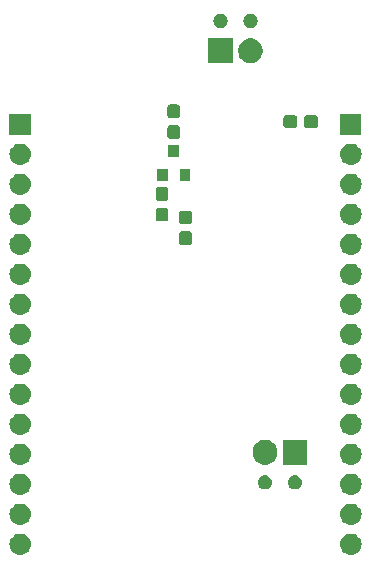
<source format=gbr>
G04 #@! TF.GenerationSoftware,KiCad,Pcbnew,(5.0.1)-3*
G04 #@! TF.CreationDate,2018-11-09T14:35:38+01:00*
G04 #@! TF.ProjectId,power_stalker_esp,706F7765725F7374616C6B65725F6573,rev?*
G04 #@! TF.SameCoordinates,Original*
G04 #@! TF.FileFunction,Soldermask,Top*
G04 #@! TF.FilePolarity,Negative*
%FSLAX46Y46*%
G04 Gerber Fmt 4.6, Leading zero omitted, Abs format (unit mm)*
G04 Created by KiCad (PCBNEW (5.0.1)-3) date 09-Nov-18 14:35:38*
%MOMM*%
%LPD*%
G01*
G04 APERTURE LIST*
%ADD10C,0.100000*%
G04 APERTURE END LIST*
D10*
G36*
X106110442Y-114885518D02*
X106176627Y-114892037D01*
X106289853Y-114926384D01*
X106346467Y-114943557D01*
X106485087Y-115017652D01*
X106502991Y-115027222D01*
X106538729Y-115056552D01*
X106640186Y-115139814D01*
X106723448Y-115241271D01*
X106752778Y-115277009D01*
X106752779Y-115277011D01*
X106836443Y-115433533D01*
X106836443Y-115433534D01*
X106887963Y-115603373D01*
X106905359Y-115780000D01*
X106887963Y-115956627D01*
X106853616Y-116069853D01*
X106836443Y-116126467D01*
X106762348Y-116265087D01*
X106752778Y-116282991D01*
X106723448Y-116318729D01*
X106640186Y-116420186D01*
X106538729Y-116503448D01*
X106502991Y-116532778D01*
X106502989Y-116532779D01*
X106346467Y-116616443D01*
X106289853Y-116633616D01*
X106176627Y-116667963D01*
X106110443Y-116674481D01*
X106044260Y-116681000D01*
X105955740Y-116681000D01*
X105889557Y-116674481D01*
X105823373Y-116667963D01*
X105710147Y-116633616D01*
X105653533Y-116616443D01*
X105497011Y-116532779D01*
X105497009Y-116532778D01*
X105461271Y-116503448D01*
X105359814Y-116420186D01*
X105276552Y-116318729D01*
X105247222Y-116282991D01*
X105237652Y-116265087D01*
X105163557Y-116126467D01*
X105146384Y-116069853D01*
X105112037Y-115956627D01*
X105094641Y-115780000D01*
X105112037Y-115603373D01*
X105163557Y-115433534D01*
X105163557Y-115433533D01*
X105247221Y-115277011D01*
X105247222Y-115277009D01*
X105276552Y-115241271D01*
X105359814Y-115139814D01*
X105461271Y-115056552D01*
X105497009Y-115027222D01*
X105514913Y-115017652D01*
X105653533Y-114943557D01*
X105710147Y-114926384D01*
X105823373Y-114892037D01*
X105889558Y-114885518D01*
X105955740Y-114879000D01*
X106044260Y-114879000D01*
X106110442Y-114885518D01*
X106110442Y-114885518D01*
G37*
G36*
X78110442Y-114885518D02*
X78176627Y-114892037D01*
X78289853Y-114926384D01*
X78346467Y-114943557D01*
X78485087Y-115017652D01*
X78502991Y-115027222D01*
X78538729Y-115056552D01*
X78640186Y-115139814D01*
X78723448Y-115241271D01*
X78752778Y-115277009D01*
X78752779Y-115277011D01*
X78836443Y-115433533D01*
X78836443Y-115433534D01*
X78887963Y-115603373D01*
X78905359Y-115780000D01*
X78887963Y-115956627D01*
X78853616Y-116069853D01*
X78836443Y-116126467D01*
X78762348Y-116265087D01*
X78752778Y-116282991D01*
X78723448Y-116318729D01*
X78640186Y-116420186D01*
X78538729Y-116503448D01*
X78502991Y-116532778D01*
X78502989Y-116532779D01*
X78346467Y-116616443D01*
X78289853Y-116633616D01*
X78176627Y-116667963D01*
X78110443Y-116674481D01*
X78044260Y-116681000D01*
X77955740Y-116681000D01*
X77889557Y-116674481D01*
X77823373Y-116667963D01*
X77710147Y-116633616D01*
X77653533Y-116616443D01*
X77497011Y-116532779D01*
X77497009Y-116532778D01*
X77461271Y-116503448D01*
X77359814Y-116420186D01*
X77276552Y-116318729D01*
X77247222Y-116282991D01*
X77237652Y-116265087D01*
X77163557Y-116126467D01*
X77146384Y-116069853D01*
X77112037Y-115956627D01*
X77094641Y-115780000D01*
X77112037Y-115603373D01*
X77163557Y-115433534D01*
X77163557Y-115433533D01*
X77247221Y-115277011D01*
X77247222Y-115277009D01*
X77276552Y-115241271D01*
X77359814Y-115139814D01*
X77461271Y-115056552D01*
X77497009Y-115027222D01*
X77514913Y-115017652D01*
X77653533Y-114943557D01*
X77710147Y-114926384D01*
X77823373Y-114892037D01*
X77889558Y-114885518D01*
X77955740Y-114879000D01*
X78044260Y-114879000D01*
X78110442Y-114885518D01*
X78110442Y-114885518D01*
G37*
G36*
X106110442Y-112345518D02*
X106176627Y-112352037D01*
X106289853Y-112386384D01*
X106346467Y-112403557D01*
X106485087Y-112477652D01*
X106502991Y-112487222D01*
X106538729Y-112516552D01*
X106640186Y-112599814D01*
X106723448Y-112701271D01*
X106752778Y-112737009D01*
X106752779Y-112737011D01*
X106836443Y-112893533D01*
X106836443Y-112893534D01*
X106887963Y-113063373D01*
X106905359Y-113240000D01*
X106887963Y-113416627D01*
X106853616Y-113529853D01*
X106836443Y-113586467D01*
X106762348Y-113725087D01*
X106752778Y-113742991D01*
X106723448Y-113778729D01*
X106640186Y-113880186D01*
X106538729Y-113963448D01*
X106502991Y-113992778D01*
X106502989Y-113992779D01*
X106346467Y-114076443D01*
X106289853Y-114093616D01*
X106176627Y-114127963D01*
X106110443Y-114134481D01*
X106044260Y-114141000D01*
X105955740Y-114141000D01*
X105889557Y-114134481D01*
X105823373Y-114127963D01*
X105710147Y-114093616D01*
X105653533Y-114076443D01*
X105497011Y-113992779D01*
X105497009Y-113992778D01*
X105461271Y-113963448D01*
X105359814Y-113880186D01*
X105276552Y-113778729D01*
X105247222Y-113742991D01*
X105237652Y-113725087D01*
X105163557Y-113586467D01*
X105146384Y-113529853D01*
X105112037Y-113416627D01*
X105094641Y-113240000D01*
X105112037Y-113063373D01*
X105163557Y-112893534D01*
X105163557Y-112893533D01*
X105247221Y-112737011D01*
X105247222Y-112737009D01*
X105276552Y-112701271D01*
X105359814Y-112599814D01*
X105461271Y-112516552D01*
X105497009Y-112487222D01*
X105514913Y-112477652D01*
X105653533Y-112403557D01*
X105710147Y-112386384D01*
X105823373Y-112352037D01*
X105889558Y-112345518D01*
X105955740Y-112339000D01*
X106044260Y-112339000D01*
X106110442Y-112345518D01*
X106110442Y-112345518D01*
G37*
G36*
X78110442Y-112345518D02*
X78176627Y-112352037D01*
X78289853Y-112386384D01*
X78346467Y-112403557D01*
X78485087Y-112477652D01*
X78502991Y-112487222D01*
X78538729Y-112516552D01*
X78640186Y-112599814D01*
X78723448Y-112701271D01*
X78752778Y-112737009D01*
X78752779Y-112737011D01*
X78836443Y-112893533D01*
X78836443Y-112893534D01*
X78887963Y-113063373D01*
X78905359Y-113240000D01*
X78887963Y-113416627D01*
X78853616Y-113529853D01*
X78836443Y-113586467D01*
X78762348Y-113725087D01*
X78752778Y-113742991D01*
X78723448Y-113778729D01*
X78640186Y-113880186D01*
X78538729Y-113963448D01*
X78502991Y-113992778D01*
X78502989Y-113992779D01*
X78346467Y-114076443D01*
X78289853Y-114093616D01*
X78176627Y-114127963D01*
X78110443Y-114134481D01*
X78044260Y-114141000D01*
X77955740Y-114141000D01*
X77889557Y-114134481D01*
X77823373Y-114127963D01*
X77710147Y-114093616D01*
X77653533Y-114076443D01*
X77497011Y-113992779D01*
X77497009Y-113992778D01*
X77461271Y-113963448D01*
X77359814Y-113880186D01*
X77276552Y-113778729D01*
X77247222Y-113742991D01*
X77237652Y-113725087D01*
X77163557Y-113586467D01*
X77146384Y-113529853D01*
X77112037Y-113416627D01*
X77094641Y-113240000D01*
X77112037Y-113063373D01*
X77163557Y-112893534D01*
X77163557Y-112893533D01*
X77247221Y-112737011D01*
X77247222Y-112737009D01*
X77276552Y-112701271D01*
X77359814Y-112599814D01*
X77461271Y-112516552D01*
X77497009Y-112487222D01*
X77514913Y-112477652D01*
X77653533Y-112403557D01*
X77710147Y-112386384D01*
X77823373Y-112352037D01*
X77889558Y-112345518D01*
X77955740Y-112339000D01*
X78044260Y-112339000D01*
X78110442Y-112345518D01*
X78110442Y-112345518D01*
G37*
G36*
X78110442Y-109805518D02*
X78176627Y-109812037D01*
X78289853Y-109846384D01*
X78346467Y-109863557D01*
X78485087Y-109937652D01*
X78502991Y-109947222D01*
X78521115Y-109962096D01*
X78640186Y-110059814D01*
X78719846Y-110156882D01*
X78752778Y-110197009D01*
X78752779Y-110197011D01*
X78836443Y-110353533D01*
X78836443Y-110353534D01*
X78887963Y-110523373D01*
X78905359Y-110700000D01*
X78887963Y-110876627D01*
X78873861Y-110923115D01*
X78836443Y-111046467D01*
X78785913Y-111141000D01*
X78752778Y-111202991D01*
X78723448Y-111238729D01*
X78640186Y-111340186D01*
X78538729Y-111423448D01*
X78502991Y-111452778D01*
X78502989Y-111452779D01*
X78346467Y-111536443D01*
X78289853Y-111553616D01*
X78176627Y-111587963D01*
X78110442Y-111594482D01*
X78044260Y-111601000D01*
X77955740Y-111601000D01*
X77889558Y-111594482D01*
X77823373Y-111587963D01*
X77710147Y-111553616D01*
X77653533Y-111536443D01*
X77497011Y-111452779D01*
X77497009Y-111452778D01*
X77461271Y-111423448D01*
X77359814Y-111340186D01*
X77276552Y-111238729D01*
X77247222Y-111202991D01*
X77214087Y-111141000D01*
X77163557Y-111046467D01*
X77126139Y-110923115D01*
X77112037Y-110876627D01*
X77094641Y-110700000D01*
X77112037Y-110523373D01*
X77163557Y-110353534D01*
X77163557Y-110353533D01*
X77247221Y-110197011D01*
X77247222Y-110197009D01*
X77280154Y-110156882D01*
X77359814Y-110059814D01*
X77478885Y-109962096D01*
X77497009Y-109947222D01*
X77514913Y-109937652D01*
X77653533Y-109863557D01*
X77710147Y-109846384D01*
X77823373Y-109812037D01*
X77889558Y-109805518D01*
X77955740Y-109799000D01*
X78044260Y-109799000D01*
X78110442Y-109805518D01*
X78110442Y-109805518D01*
G37*
G36*
X106110442Y-109805518D02*
X106176627Y-109812037D01*
X106289853Y-109846384D01*
X106346467Y-109863557D01*
X106485087Y-109937652D01*
X106502991Y-109947222D01*
X106521115Y-109962096D01*
X106640186Y-110059814D01*
X106719846Y-110156882D01*
X106752778Y-110197009D01*
X106752779Y-110197011D01*
X106836443Y-110353533D01*
X106836443Y-110353534D01*
X106887963Y-110523373D01*
X106905359Y-110700000D01*
X106887963Y-110876627D01*
X106873861Y-110923115D01*
X106836443Y-111046467D01*
X106785913Y-111141000D01*
X106752778Y-111202991D01*
X106723448Y-111238729D01*
X106640186Y-111340186D01*
X106538729Y-111423448D01*
X106502991Y-111452778D01*
X106502989Y-111452779D01*
X106346467Y-111536443D01*
X106289853Y-111553616D01*
X106176627Y-111587963D01*
X106110442Y-111594482D01*
X106044260Y-111601000D01*
X105955740Y-111601000D01*
X105889558Y-111594482D01*
X105823373Y-111587963D01*
X105710147Y-111553616D01*
X105653533Y-111536443D01*
X105497011Y-111452779D01*
X105497009Y-111452778D01*
X105461271Y-111423448D01*
X105359814Y-111340186D01*
X105276552Y-111238729D01*
X105247222Y-111202991D01*
X105214087Y-111141000D01*
X105163557Y-111046467D01*
X105126139Y-110923115D01*
X105112037Y-110876627D01*
X105094641Y-110700000D01*
X105112037Y-110523373D01*
X105163557Y-110353534D01*
X105163557Y-110353533D01*
X105247221Y-110197011D01*
X105247222Y-110197009D01*
X105280154Y-110156882D01*
X105359814Y-110059814D01*
X105478885Y-109962096D01*
X105497009Y-109947222D01*
X105514913Y-109937652D01*
X105653533Y-109863557D01*
X105710147Y-109846384D01*
X105823373Y-109812037D01*
X105889558Y-109805518D01*
X105955740Y-109799000D01*
X106044260Y-109799000D01*
X106110442Y-109805518D01*
X106110442Y-109805518D01*
G37*
G36*
X101445305Y-109962096D02*
X101554680Y-110007400D01*
X101653118Y-110073175D01*
X101736825Y-110156882D01*
X101802600Y-110255320D01*
X101847904Y-110364695D01*
X101871000Y-110480806D01*
X101871000Y-110599194D01*
X101847904Y-110715305D01*
X101802600Y-110824680D01*
X101736825Y-110923118D01*
X101653118Y-111006825D01*
X101554680Y-111072600D01*
X101445305Y-111117904D01*
X101329194Y-111141000D01*
X101210806Y-111141000D01*
X101094695Y-111117904D01*
X100985320Y-111072600D01*
X100886882Y-111006825D01*
X100803175Y-110923118D01*
X100737400Y-110824680D01*
X100692096Y-110715305D01*
X100669000Y-110599194D01*
X100669000Y-110480806D01*
X100692096Y-110364695D01*
X100737400Y-110255320D01*
X100803175Y-110156882D01*
X100886882Y-110073175D01*
X100985320Y-110007400D01*
X101094695Y-109962096D01*
X101210806Y-109939000D01*
X101329194Y-109939000D01*
X101445305Y-109962096D01*
X101445305Y-109962096D01*
G37*
G36*
X98905305Y-109962096D02*
X99014680Y-110007400D01*
X99113118Y-110073175D01*
X99196825Y-110156882D01*
X99262600Y-110255320D01*
X99307904Y-110364695D01*
X99331000Y-110480806D01*
X99331000Y-110599194D01*
X99307904Y-110715305D01*
X99262600Y-110824680D01*
X99196825Y-110923118D01*
X99113118Y-111006825D01*
X99014680Y-111072600D01*
X98905305Y-111117904D01*
X98789194Y-111141000D01*
X98670806Y-111141000D01*
X98554695Y-111117904D01*
X98445320Y-111072600D01*
X98346882Y-111006825D01*
X98263175Y-110923118D01*
X98197400Y-110824680D01*
X98152096Y-110715305D01*
X98129000Y-110599194D01*
X98129000Y-110480806D01*
X98152096Y-110364695D01*
X98197400Y-110255320D01*
X98263175Y-110156882D01*
X98346882Y-110073175D01*
X98445320Y-110007400D01*
X98554695Y-109962096D01*
X98670806Y-109939000D01*
X98789194Y-109939000D01*
X98905305Y-109962096D01*
X98905305Y-109962096D01*
G37*
G36*
X78110443Y-107265519D02*
X78176627Y-107272037D01*
X78289853Y-107306384D01*
X78346467Y-107323557D01*
X78485087Y-107397652D01*
X78502991Y-107407222D01*
X78538729Y-107436552D01*
X78640186Y-107519814D01*
X78723448Y-107621271D01*
X78752778Y-107657009D01*
X78752779Y-107657011D01*
X78836443Y-107813533D01*
X78836443Y-107813534D01*
X78887963Y-107983373D01*
X78905359Y-108160000D01*
X78887963Y-108336627D01*
X78853616Y-108449853D01*
X78836443Y-108506467D01*
X78762348Y-108645087D01*
X78752778Y-108662991D01*
X78723448Y-108698729D01*
X78640186Y-108800186D01*
X78538729Y-108883448D01*
X78502991Y-108912778D01*
X78502989Y-108912779D01*
X78346467Y-108996443D01*
X78299764Y-109010610D01*
X78176627Y-109047963D01*
X78110442Y-109054482D01*
X78044260Y-109061000D01*
X77955740Y-109061000D01*
X77889558Y-109054482D01*
X77823373Y-109047963D01*
X77700236Y-109010610D01*
X77653533Y-108996443D01*
X77497011Y-108912779D01*
X77497009Y-108912778D01*
X77461271Y-108883448D01*
X77359814Y-108800186D01*
X77276552Y-108698729D01*
X77247222Y-108662991D01*
X77237652Y-108645087D01*
X77163557Y-108506467D01*
X77146384Y-108449853D01*
X77112037Y-108336627D01*
X77094641Y-108160000D01*
X77112037Y-107983373D01*
X77163557Y-107813534D01*
X77163557Y-107813533D01*
X77247221Y-107657011D01*
X77247222Y-107657009D01*
X77276552Y-107621271D01*
X77359814Y-107519814D01*
X77461271Y-107436552D01*
X77497009Y-107407222D01*
X77514913Y-107397652D01*
X77653533Y-107323557D01*
X77710147Y-107306384D01*
X77823373Y-107272037D01*
X77889557Y-107265519D01*
X77955740Y-107259000D01*
X78044260Y-107259000D01*
X78110443Y-107265519D01*
X78110443Y-107265519D01*
G37*
G36*
X106110443Y-107265519D02*
X106176627Y-107272037D01*
X106289853Y-107306384D01*
X106346467Y-107323557D01*
X106485087Y-107397652D01*
X106502991Y-107407222D01*
X106538729Y-107436552D01*
X106640186Y-107519814D01*
X106723448Y-107621271D01*
X106752778Y-107657009D01*
X106752779Y-107657011D01*
X106836443Y-107813533D01*
X106836443Y-107813534D01*
X106887963Y-107983373D01*
X106905359Y-108160000D01*
X106887963Y-108336627D01*
X106853616Y-108449853D01*
X106836443Y-108506467D01*
X106762348Y-108645087D01*
X106752778Y-108662991D01*
X106723448Y-108698729D01*
X106640186Y-108800186D01*
X106538729Y-108883448D01*
X106502991Y-108912778D01*
X106502989Y-108912779D01*
X106346467Y-108996443D01*
X106299764Y-109010610D01*
X106176627Y-109047963D01*
X106110442Y-109054482D01*
X106044260Y-109061000D01*
X105955740Y-109061000D01*
X105889558Y-109054482D01*
X105823373Y-109047963D01*
X105700236Y-109010610D01*
X105653533Y-108996443D01*
X105497011Y-108912779D01*
X105497009Y-108912778D01*
X105461271Y-108883448D01*
X105359814Y-108800186D01*
X105276552Y-108698729D01*
X105247222Y-108662991D01*
X105237652Y-108645087D01*
X105163557Y-108506467D01*
X105146384Y-108449853D01*
X105112037Y-108336627D01*
X105094641Y-108160000D01*
X105112037Y-107983373D01*
X105163557Y-107813534D01*
X105163557Y-107813533D01*
X105247221Y-107657011D01*
X105247222Y-107657009D01*
X105276552Y-107621271D01*
X105359814Y-107519814D01*
X105461271Y-107436552D01*
X105497009Y-107407222D01*
X105514913Y-107397652D01*
X105653533Y-107323557D01*
X105710147Y-107306384D01*
X105823373Y-107272037D01*
X105889557Y-107265519D01*
X105955740Y-107259000D01*
X106044260Y-107259000D01*
X106110443Y-107265519D01*
X106110443Y-107265519D01*
G37*
G36*
X102321000Y-109051000D02*
X100219000Y-109051000D01*
X100219000Y-106949000D01*
X102321000Y-106949000D01*
X102321000Y-109051000D01*
X102321000Y-109051000D01*
G37*
G36*
X99036565Y-106989389D02*
X99227834Y-107068615D01*
X99399976Y-107183637D01*
X99546363Y-107330024D01*
X99661385Y-107502166D01*
X99740611Y-107693435D01*
X99781000Y-107896484D01*
X99781000Y-108103516D01*
X99740611Y-108306565D01*
X99661385Y-108497834D01*
X99546363Y-108669976D01*
X99399976Y-108816363D01*
X99227834Y-108931385D01*
X99036565Y-109010611D01*
X98833516Y-109051000D01*
X98626484Y-109051000D01*
X98423435Y-109010611D01*
X98232166Y-108931385D01*
X98060024Y-108816363D01*
X97913637Y-108669976D01*
X97798615Y-108497834D01*
X97719389Y-108306565D01*
X97679000Y-108103516D01*
X97679000Y-107896484D01*
X97719389Y-107693435D01*
X97798615Y-107502166D01*
X97913637Y-107330024D01*
X98060024Y-107183637D01*
X98232166Y-107068615D01*
X98423435Y-106989389D01*
X98626484Y-106949000D01*
X98833516Y-106949000D01*
X99036565Y-106989389D01*
X99036565Y-106989389D01*
G37*
G36*
X78110443Y-104725519D02*
X78176627Y-104732037D01*
X78289853Y-104766384D01*
X78346467Y-104783557D01*
X78485087Y-104857652D01*
X78502991Y-104867222D01*
X78538729Y-104896552D01*
X78640186Y-104979814D01*
X78723448Y-105081271D01*
X78752778Y-105117009D01*
X78752779Y-105117011D01*
X78836443Y-105273533D01*
X78836443Y-105273534D01*
X78887963Y-105443373D01*
X78905359Y-105620000D01*
X78887963Y-105796627D01*
X78853616Y-105909853D01*
X78836443Y-105966467D01*
X78762348Y-106105087D01*
X78752778Y-106122991D01*
X78723448Y-106158729D01*
X78640186Y-106260186D01*
X78538729Y-106343448D01*
X78502991Y-106372778D01*
X78502989Y-106372779D01*
X78346467Y-106456443D01*
X78289853Y-106473616D01*
X78176627Y-106507963D01*
X78110442Y-106514482D01*
X78044260Y-106521000D01*
X77955740Y-106521000D01*
X77889558Y-106514482D01*
X77823373Y-106507963D01*
X77710147Y-106473616D01*
X77653533Y-106456443D01*
X77497011Y-106372779D01*
X77497009Y-106372778D01*
X77461271Y-106343448D01*
X77359814Y-106260186D01*
X77276552Y-106158729D01*
X77247222Y-106122991D01*
X77237652Y-106105087D01*
X77163557Y-105966467D01*
X77146384Y-105909853D01*
X77112037Y-105796627D01*
X77094641Y-105620000D01*
X77112037Y-105443373D01*
X77163557Y-105273534D01*
X77163557Y-105273533D01*
X77247221Y-105117011D01*
X77247222Y-105117009D01*
X77276552Y-105081271D01*
X77359814Y-104979814D01*
X77461271Y-104896552D01*
X77497009Y-104867222D01*
X77514913Y-104857652D01*
X77653533Y-104783557D01*
X77710147Y-104766384D01*
X77823373Y-104732037D01*
X77889558Y-104725518D01*
X77955740Y-104719000D01*
X78044260Y-104719000D01*
X78110443Y-104725519D01*
X78110443Y-104725519D01*
G37*
G36*
X106110443Y-104725519D02*
X106176627Y-104732037D01*
X106289853Y-104766384D01*
X106346467Y-104783557D01*
X106485087Y-104857652D01*
X106502991Y-104867222D01*
X106538729Y-104896552D01*
X106640186Y-104979814D01*
X106723448Y-105081271D01*
X106752778Y-105117009D01*
X106752779Y-105117011D01*
X106836443Y-105273533D01*
X106836443Y-105273534D01*
X106887963Y-105443373D01*
X106905359Y-105620000D01*
X106887963Y-105796627D01*
X106853616Y-105909853D01*
X106836443Y-105966467D01*
X106762348Y-106105087D01*
X106752778Y-106122991D01*
X106723448Y-106158729D01*
X106640186Y-106260186D01*
X106538729Y-106343448D01*
X106502991Y-106372778D01*
X106502989Y-106372779D01*
X106346467Y-106456443D01*
X106289853Y-106473616D01*
X106176627Y-106507963D01*
X106110442Y-106514482D01*
X106044260Y-106521000D01*
X105955740Y-106521000D01*
X105889558Y-106514482D01*
X105823373Y-106507963D01*
X105710147Y-106473616D01*
X105653533Y-106456443D01*
X105497011Y-106372779D01*
X105497009Y-106372778D01*
X105461271Y-106343448D01*
X105359814Y-106260186D01*
X105276552Y-106158729D01*
X105247222Y-106122991D01*
X105237652Y-106105087D01*
X105163557Y-105966467D01*
X105146384Y-105909853D01*
X105112037Y-105796627D01*
X105094641Y-105620000D01*
X105112037Y-105443373D01*
X105163557Y-105273534D01*
X105163557Y-105273533D01*
X105247221Y-105117011D01*
X105247222Y-105117009D01*
X105276552Y-105081271D01*
X105359814Y-104979814D01*
X105461271Y-104896552D01*
X105497009Y-104867222D01*
X105514913Y-104857652D01*
X105653533Y-104783557D01*
X105710147Y-104766384D01*
X105823373Y-104732037D01*
X105889558Y-104725518D01*
X105955740Y-104719000D01*
X106044260Y-104719000D01*
X106110443Y-104725519D01*
X106110443Y-104725519D01*
G37*
G36*
X78110442Y-102185518D02*
X78176627Y-102192037D01*
X78289853Y-102226384D01*
X78346467Y-102243557D01*
X78485087Y-102317652D01*
X78502991Y-102327222D01*
X78538729Y-102356552D01*
X78640186Y-102439814D01*
X78723448Y-102541271D01*
X78752778Y-102577009D01*
X78752779Y-102577011D01*
X78836443Y-102733533D01*
X78836443Y-102733534D01*
X78887963Y-102903373D01*
X78905359Y-103080000D01*
X78887963Y-103256627D01*
X78853616Y-103369853D01*
X78836443Y-103426467D01*
X78762348Y-103565087D01*
X78752778Y-103582991D01*
X78723448Y-103618729D01*
X78640186Y-103720186D01*
X78538729Y-103803448D01*
X78502991Y-103832778D01*
X78502989Y-103832779D01*
X78346467Y-103916443D01*
X78289853Y-103933616D01*
X78176627Y-103967963D01*
X78110443Y-103974481D01*
X78044260Y-103981000D01*
X77955740Y-103981000D01*
X77889557Y-103974481D01*
X77823373Y-103967963D01*
X77710147Y-103933616D01*
X77653533Y-103916443D01*
X77497011Y-103832779D01*
X77497009Y-103832778D01*
X77461271Y-103803448D01*
X77359814Y-103720186D01*
X77276552Y-103618729D01*
X77247222Y-103582991D01*
X77237652Y-103565087D01*
X77163557Y-103426467D01*
X77146384Y-103369853D01*
X77112037Y-103256627D01*
X77094641Y-103080000D01*
X77112037Y-102903373D01*
X77163557Y-102733534D01*
X77163557Y-102733533D01*
X77247221Y-102577011D01*
X77247222Y-102577009D01*
X77276552Y-102541271D01*
X77359814Y-102439814D01*
X77461271Y-102356552D01*
X77497009Y-102327222D01*
X77514913Y-102317652D01*
X77653533Y-102243557D01*
X77710147Y-102226384D01*
X77823373Y-102192037D01*
X77889558Y-102185518D01*
X77955740Y-102179000D01*
X78044260Y-102179000D01*
X78110442Y-102185518D01*
X78110442Y-102185518D01*
G37*
G36*
X106110442Y-102185518D02*
X106176627Y-102192037D01*
X106289853Y-102226384D01*
X106346467Y-102243557D01*
X106485087Y-102317652D01*
X106502991Y-102327222D01*
X106538729Y-102356552D01*
X106640186Y-102439814D01*
X106723448Y-102541271D01*
X106752778Y-102577009D01*
X106752779Y-102577011D01*
X106836443Y-102733533D01*
X106836443Y-102733534D01*
X106887963Y-102903373D01*
X106905359Y-103080000D01*
X106887963Y-103256627D01*
X106853616Y-103369853D01*
X106836443Y-103426467D01*
X106762348Y-103565087D01*
X106752778Y-103582991D01*
X106723448Y-103618729D01*
X106640186Y-103720186D01*
X106538729Y-103803448D01*
X106502991Y-103832778D01*
X106502989Y-103832779D01*
X106346467Y-103916443D01*
X106289853Y-103933616D01*
X106176627Y-103967963D01*
X106110443Y-103974481D01*
X106044260Y-103981000D01*
X105955740Y-103981000D01*
X105889557Y-103974481D01*
X105823373Y-103967963D01*
X105710147Y-103933616D01*
X105653533Y-103916443D01*
X105497011Y-103832779D01*
X105497009Y-103832778D01*
X105461271Y-103803448D01*
X105359814Y-103720186D01*
X105276552Y-103618729D01*
X105247222Y-103582991D01*
X105237652Y-103565087D01*
X105163557Y-103426467D01*
X105146384Y-103369853D01*
X105112037Y-103256627D01*
X105094641Y-103080000D01*
X105112037Y-102903373D01*
X105163557Y-102733534D01*
X105163557Y-102733533D01*
X105247221Y-102577011D01*
X105247222Y-102577009D01*
X105276552Y-102541271D01*
X105359814Y-102439814D01*
X105461271Y-102356552D01*
X105497009Y-102327222D01*
X105514913Y-102317652D01*
X105653533Y-102243557D01*
X105710147Y-102226384D01*
X105823373Y-102192037D01*
X105889558Y-102185518D01*
X105955740Y-102179000D01*
X106044260Y-102179000D01*
X106110442Y-102185518D01*
X106110442Y-102185518D01*
G37*
G36*
X106110442Y-99645518D02*
X106176627Y-99652037D01*
X106289853Y-99686384D01*
X106346467Y-99703557D01*
X106485087Y-99777652D01*
X106502991Y-99787222D01*
X106538729Y-99816552D01*
X106640186Y-99899814D01*
X106723448Y-100001271D01*
X106752778Y-100037009D01*
X106752779Y-100037011D01*
X106836443Y-100193533D01*
X106836443Y-100193534D01*
X106887963Y-100363373D01*
X106905359Y-100540000D01*
X106887963Y-100716627D01*
X106853616Y-100829853D01*
X106836443Y-100886467D01*
X106762348Y-101025087D01*
X106752778Y-101042991D01*
X106723448Y-101078729D01*
X106640186Y-101180186D01*
X106538729Y-101263448D01*
X106502991Y-101292778D01*
X106502989Y-101292779D01*
X106346467Y-101376443D01*
X106289853Y-101393616D01*
X106176627Y-101427963D01*
X106110442Y-101434482D01*
X106044260Y-101441000D01*
X105955740Y-101441000D01*
X105889558Y-101434482D01*
X105823373Y-101427963D01*
X105710147Y-101393616D01*
X105653533Y-101376443D01*
X105497011Y-101292779D01*
X105497009Y-101292778D01*
X105461271Y-101263448D01*
X105359814Y-101180186D01*
X105276552Y-101078729D01*
X105247222Y-101042991D01*
X105237652Y-101025087D01*
X105163557Y-100886467D01*
X105146384Y-100829853D01*
X105112037Y-100716627D01*
X105094641Y-100540000D01*
X105112037Y-100363373D01*
X105163557Y-100193534D01*
X105163557Y-100193533D01*
X105247221Y-100037011D01*
X105247222Y-100037009D01*
X105276552Y-100001271D01*
X105359814Y-99899814D01*
X105461271Y-99816552D01*
X105497009Y-99787222D01*
X105514913Y-99777652D01*
X105653533Y-99703557D01*
X105710147Y-99686384D01*
X105823373Y-99652037D01*
X105889558Y-99645518D01*
X105955740Y-99639000D01*
X106044260Y-99639000D01*
X106110442Y-99645518D01*
X106110442Y-99645518D01*
G37*
G36*
X78110442Y-99645518D02*
X78176627Y-99652037D01*
X78289853Y-99686384D01*
X78346467Y-99703557D01*
X78485087Y-99777652D01*
X78502991Y-99787222D01*
X78538729Y-99816552D01*
X78640186Y-99899814D01*
X78723448Y-100001271D01*
X78752778Y-100037009D01*
X78752779Y-100037011D01*
X78836443Y-100193533D01*
X78836443Y-100193534D01*
X78887963Y-100363373D01*
X78905359Y-100540000D01*
X78887963Y-100716627D01*
X78853616Y-100829853D01*
X78836443Y-100886467D01*
X78762348Y-101025087D01*
X78752778Y-101042991D01*
X78723448Y-101078729D01*
X78640186Y-101180186D01*
X78538729Y-101263448D01*
X78502991Y-101292778D01*
X78502989Y-101292779D01*
X78346467Y-101376443D01*
X78289853Y-101393616D01*
X78176627Y-101427963D01*
X78110442Y-101434482D01*
X78044260Y-101441000D01*
X77955740Y-101441000D01*
X77889558Y-101434482D01*
X77823373Y-101427963D01*
X77710147Y-101393616D01*
X77653533Y-101376443D01*
X77497011Y-101292779D01*
X77497009Y-101292778D01*
X77461271Y-101263448D01*
X77359814Y-101180186D01*
X77276552Y-101078729D01*
X77247222Y-101042991D01*
X77237652Y-101025087D01*
X77163557Y-100886467D01*
X77146384Y-100829853D01*
X77112037Y-100716627D01*
X77094641Y-100540000D01*
X77112037Y-100363373D01*
X77163557Y-100193534D01*
X77163557Y-100193533D01*
X77247221Y-100037011D01*
X77247222Y-100037009D01*
X77276552Y-100001271D01*
X77359814Y-99899814D01*
X77461271Y-99816552D01*
X77497009Y-99787222D01*
X77514913Y-99777652D01*
X77653533Y-99703557D01*
X77710147Y-99686384D01*
X77823373Y-99652037D01*
X77889558Y-99645518D01*
X77955740Y-99639000D01*
X78044260Y-99639000D01*
X78110442Y-99645518D01*
X78110442Y-99645518D01*
G37*
G36*
X78110443Y-97105519D02*
X78176627Y-97112037D01*
X78289853Y-97146384D01*
X78346467Y-97163557D01*
X78485087Y-97237652D01*
X78502991Y-97247222D01*
X78538729Y-97276552D01*
X78640186Y-97359814D01*
X78723448Y-97461271D01*
X78752778Y-97497009D01*
X78752779Y-97497011D01*
X78836443Y-97653533D01*
X78836443Y-97653534D01*
X78887963Y-97823373D01*
X78905359Y-98000000D01*
X78887963Y-98176627D01*
X78853616Y-98289853D01*
X78836443Y-98346467D01*
X78762348Y-98485087D01*
X78752778Y-98502991D01*
X78723448Y-98538729D01*
X78640186Y-98640186D01*
X78538729Y-98723448D01*
X78502991Y-98752778D01*
X78502989Y-98752779D01*
X78346467Y-98836443D01*
X78289853Y-98853616D01*
X78176627Y-98887963D01*
X78110442Y-98894482D01*
X78044260Y-98901000D01*
X77955740Y-98901000D01*
X77889557Y-98894481D01*
X77823373Y-98887963D01*
X77710147Y-98853616D01*
X77653533Y-98836443D01*
X77497011Y-98752779D01*
X77497009Y-98752778D01*
X77461271Y-98723448D01*
X77359814Y-98640186D01*
X77276552Y-98538729D01*
X77247222Y-98502991D01*
X77237652Y-98485087D01*
X77163557Y-98346467D01*
X77146384Y-98289853D01*
X77112037Y-98176627D01*
X77094641Y-98000000D01*
X77112037Y-97823373D01*
X77163557Y-97653534D01*
X77163557Y-97653533D01*
X77247221Y-97497011D01*
X77247222Y-97497009D01*
X77276552Y-97461271D01*
X77359814Y-97359814D01*
X77461271Y-97276552D01*
X77497009Y-97247222D01*
X77514913Y-97237652D01*
X77653533Y-97163557D01*
X77710147Y-97146384D01*
X77823373Y-97112037D01*
X77889557Y-97105519D01*
X77955740Y-97099000D01*
X78044260Y-97099000D01*
X78110443Y-97105519D01*
X78110443Y-97105519D01*
G37*
G36*
X106110443Y-97105519D02*
X106176627Y-97112037D01*
X106289853Y-97146384D01*
X106346467Y-97163557D01*
X106485087Y-97237652D01*
X106502991Y-97247222D01*
X106538729Y-97276552D01*
X106640186Y-97359814D01*
X106723448Y-97461271D01*
X106752778Y-97497009D01*
X106752779Y-97497011D01*
X106836443Y-97653533D01*
X106836443Y-97653534D01*
X106887963Y-97823373D01*
X106905359Y-98000000D01*
X106887963Y-98176627D01*
X106853616Y-98289853D01*
X106836443Y-98346467D01*
X106762348Y-98485087D01*
X106752778Y-98502991D01*
X106723448Y-98538729D01*
X106640186Y-98640186D01*
X106538729Y-98723448D01*
X106502991Y-98752778D01*
X106502989Y-98752779D01*
X106346467Y-98836443D01*
X106289853Y-98853616D01*
X106176627Y-98887963D01*
X106110442Y-98894482D01*
X106044260Y-98901000D01*
X105955740Y-98901000D01*
X105889557Y-98894481D01*
X105823373Y-98887963D01*
X105710147Y-98853616D01*
X105653533Y-98836443D01*
X105497011Y-98752779D01*
X105497009Y-98752778D01*
X105461271Y-98723448D01*
X105359814Y-98640186D01*
X105276552Y-98538729D01*
X105247222Y-98502991D01*
X105237652Y-98485087D01*
X105163557Y-98346467D01*
X105146384Y-98289853D01*
X105112037Y-98176627D01*
X105094641Y-98000000D01*
X105112037Y-97823373D01*
X105163557Y-97653534D01*
X105163557Y-97653533D01*
X105247221Y-97497011D01*
X105247222Y-97497009D01*
X105276552Y-97461271D01*
X105359814Y-97359814D01*
X105461271Y-97276552D01*
X105497009Y-97247222D01*
X105514913Y-97237652D01*
X105653533Y-97163557D01*
X105710147Y-97146384D01*
X105823373Y-97112037D01*
X105889557Y-97105519D01*
X105955740Y-97099000D01*
X106044260Y-97099000D01*
X106110443Y-97105519D01*
X106110443Y-97105519D01*
G37*
G36*
X106110443Y-94565519D02*
X106176627Y-94572037D01*
X106289853Y-94606384D01*
X106346467Y-94623557D01*
X106485087Y-94697652D01*
X106502991Y-94707222D01*
X106538729Y-94736552D01*
X106640186Y-94819814D01*
X106723448Y-94921271D01*
X106752778Y-94957009D01*
X106752779Y-94957011D01*
X106836443Y-95113533D01*
X106836443Y-95113534D01*
X106887963Y-95283373D01*
X106905359Y-95460000D01*
X106887963Y-95636627D01*
X106853616Y-95749853D01*
X106836443Y-95806467D01*
X106762348Y-95945087D01*
X106752778Y-95962991D01*
X106723448Y-95998729D01*
X106640186Y-96100186D01*
X106538729Y-96183448D01*
X106502991Y-96212778D01*
X106502989Y-96212779D01*
X106346467Y-96296443D01*
X106289853Y-96313616D01*
X106176627Y-96347963D01*
X106110442Y-96354482D01*
X106044260Y-96361000D01*
X105955740Y-96361000D01*
X105889557Y-96354481D01*
X105823373Y-96347963D01*
X105710147Y-96313616D01*
X105653533Y-96296443D01*
X105497011Y-96212779D01*
X105497009Y-96212778D01*
X105461271Y-96183448D01*
X105359814Y-96100186D01*
X105276552Y-95998729D01*
X105247222Y-95962991D01*
X105237652Y-95945087D01*
X105163557Y-95806467D01*
X105146384Y-95749853D01*
X105112037Y-95636627D01*
X105094641Y-95460000D01*
X105112037Y-95283373D01*
X105163557Y-95113534D01*
X105163557Y-95113533D01*
X105247221Y-94957011D01*
X105247222Y-94957009D01*
X105276552Y-94921271D01*
X105359814Y-94819814D01*
X105461271Y-94736552D01*
X105497009Y-94707222D01*
X105514913Y-94697652D01*
X105653533Y-94623557D01*
X105710147Y-94606384D01*
X105823373Y-94572037D01*
X105889557Y-94565519D01*
X105955740Y-94559000D01*
X106044260Y-94559000D01*
X106110443Y-94565519D01*
X106110443Y-94565519D01*
G37*
G36*
X78110443Y-94565519D02*
X78176627Y-94572037D01*
X78289853Y-94606384D01*
X78346467Y-94623557D01*
X78485087Y-94697652D01*
X78502991Y-94707222D01*
X78538729Y-94736552D01*
X78640186Y-94819814D01*
X78723448Y-94921271D01*
X78752778Y-94957009D01*
X78752779Y-94957011D01*
X78836443Y-95113533D01*
X78836443Y-95113534D01*
X78887963Y-95283373D01*
X78905359Y-95460000D01*
X78887963Y-95636627D01*
X78853616Y-95749853D01*
X78836443Y-95806467D01*
X78762348Y-95945087D01*
X78752778Y-95962991D01*
X78723448Y-95998729D01*
X78640186Y-96100186D01*
X78538729Y-96183448D01*
X78502991Y-96212778D01*
X78502989Y-96212779D01*
X78346467Y-96296443D01*
X78289853Y-96313616D01*
X78176627Y-96347963D01*
X78110443Y-96354481D01*
X78044260Y-96361000D01*
X77955740Y-96361000D01*
X77889557Y-96354481D01*
X77823373Y-96347963D01*
X77710147Y-96313616D01*
X77653533Y-96296443D01*
X77497011Y-96212779D01*
X77497009Y-96212778D01*
X77461271Y-96183448D01*
X77359814Y-96100186D01*
X77276552Y-95998729D01*
X77247222Y-95962991D01*
X77237652Y-95945087D01*
X77163557Y-95806467D01*
X77146384Y-95749853D01*
X77112037Y-95636627D01*
X77094641Y-95460000D01*
X77112037Y-95283373D01*
X77163557Y-95113534D01*
X77163557Y-95113533D01*
X77247221Y-94957011D01*
X77247222Y-94957009D01*
X77276552Y-94921271D01*
X77359814Y-94819814D01*
X77461271Y-94736552D01*
X77497009Y-94707222D01*
X77514913Y-94697652D01*
X77653533Y-94623557D01*
X77710147Y-94606384D01*
X77823373Y-94572037D01*
X77889557Y-94565519D01*
X77955740Y-94559000D01*
X78044260Y-94559000D01*
X78110443Y-94565519D01*
X78110443Y-94565519D01*
G37*
G36*
X78110443Y-92025519D02*
X78176627Y-92032037D01*
X78289853Y-92066384D01*
X78346467Y-92083557D01*
X78485087Y-92157652D01*
X78502991Y-92167222D01*
X78538729Y-92196552D01*
X78640186Y-92279814D01*
X78723448Y-92381271D01*
X78752778Y-92417009D01*
X78752779Y-92417011D01*
X78836443Y-92573533D01*
X78836443Y-92573534D01*
X78887963Y-92743373D01*
X78905359Y-92920000D01*
X78887963Y-93096627D01*
X78853616Y-93209853D01*
X78836443Y-93266467D01*
X78762348Y-93405087D01*
X78752778Y-93422991D01*
X78723448Y-93458729D01*
X78640186Y-93560186D01*
X78538729Y-93643448D01*
X78502991Y-93672778D01*
X78502989Y-93672779D01*
X78346467Y-93756443D01*
X78289853Y-93773616D01*
X78176627Y-93807963D01*
X78110443Y-93814481D01*
X78044260Y-93821000D01*
X77955740Y-93821000D01*
X77889557Y-93814481D01*
X77823373Y-93807963D01*
X77710147Y-93773616D01*
X77653533Y-93756443D01*
X77497011Y-93672779D01*
X77497009Y-93672778D01*
X77461271Y-93643448D01*
X77359814Y-93560186D01*
X77276552Y-93458729D01*
X77247222Y-93422991D01*
X77237652Y-93405087D01*
X77163557Y-93266467D01*
X77146384Y-93209853D01*
X77112037Y-93096627D01*
X77094641Y-92920000D01*
X77112037Y-92743373D01*
X77163557Y-92573534D01*
X77163557Y-92573533D01*
X77247221Y-92417011D01*
X77247222Y-92417009D01*
X77276552Y-92381271D01*
X77359814Y-92279814D01*
X77461271Y-92196552D01*
X77497009Y-92167222D01*
X77514913Y-92157652D01*
X77653533Y-92083557D01*
X77710147Y-92066384D01*
X77823373Y-92032037D01*
X77889557Y-92025519D01*
X77955740Y-92019000D01*
X78044260Y-92019000D01*
X78110443Y-92025519D01*
X78110443Y-92025519D01*
G37*
G36*
X106110443Y-92025519D02*
X106176627Y-92032037D01*
X106289853Y-92066384D01*
X106346467Y-92083557D01*
X106485087Y-92157652D01*
X106502991Y-92167222D01*
X106538729Y-92196552D01*
X106640186Y-92279814D01*
X106723448Y-92381271D01*
X106752778Y-92417009D01*
X106752779Y-92417011D01*
X106836443Y-92573533D01*
X106836443Y-92573534D01*
X106887963Y-92743373D01*
X106905359Y-92920000D01*
X106887963Y-93096627D01*
X106853616Y-93209853D01*
X106836443Y-93266467D01*
X106762348Y-93405087D01*
X106752778Y-93422991D01*
X106723448Y-93458729D01*
X106640186Y-93560186D01*
X106538729Y-93643448D01*
X106502991Y-93672778D01*
X106502989Y-93672779D01*
X106346467Y-93756443D01*
X106289853Y-93773616D01*
X106176627Y-93807963D01*
X106110443Y-93814481D01*
X106044260Y-93821000D01*
X105955740Y-93821000D01*
X105889557Y-93814481D01*
X105823373Y-93807963D01*
X105710147Y-93773616D01*
X105653533Y-93756443D01*
X105497011Y-93672779D01*
X105497009Y-93672778D01*
X105461271Y-93643448D01*
X105359814Y-93560186D01*
X105276552Y-93458729D01*
X105247222Y-93422991D01*
X105237652Y-93405087D01*
X105163557Y-93266467D01*
X105146384Y-93209853D01*
X105112037Y-93096627D01*
X105094641Y-92920000D01*
X105112037Y-92743373D01*
X105163557Y-92573534D01*
X105163557Y-92573533D01*
X105247221Y-92417011D01*
X105247222Y-92417009D01*
X105276552Y-92381271D01*
X105359814Y-92279814D01*
X105461271Y-92196552D01*
X105497009Y-92167222D01*
X105514913Y-92157652D01*
X105653533Y-92083557D01*
X105710147Y-92066384D01*
X105823373Y-92032037D01*
X105889557Y-92025519D01*
X105955740Y-92019000D01*
X106044260Y-92019000D01*
X106110443Y-92025519D01*
X106110443Y-92025519D01*
G37*
G36*
X106110442Y-89485518D02*
X106176627Y-89492037D01*
X106289853Y-89526384D01*
X106346467Y-89543557D01*
X106485087Y-89617652D01*
X106502991Y-89627222D01*
X106538729Y-89656552D01*
X106640186Y-89739814D01*
X106723448Y-89841271D01*
X106752778Y-89877009D01*
X106752779Y-89877011D01*
X106836443Y-90033533D01*
X106836443Y-90033534D01*
X106887963Y-90203373D01*
X106905359Y-90380000D01*
X106887963Y-90556627D01*
X106853616Y-90669853D01*
X106836443Y-90726467D01*
X106762348Y-90865087D01*
X106752778Y-90882991D01*
X106723448Y-90918729D01*
X106640186Y-91020186D01*
X106538729Y-91103448D01*
X106502991Y-91132778D01*
X106502989Y-91132779D01*
X106346467Y-91216443D01*
X106289853Y-91233616D01*
X106176627Y-91267963D01*
X106110442Y-91274482D01*
X106044260Y-91281000D01*
X105955740Y-91281000D01*
X105889558Y-91274482D01*
X105823373Y-91267963D01*
X105710147Y-91233616D01*
X105653533Y-91216443D01*
X105497011Y-91132779D01*
X105497009Y-91132778D01*
X105461271Y-91103448D01*
X105359814Y-91020186D01*
X105276552Y-90918729D01*
X105247222Y-90882991D01*
X105237652Y-90865087D01*
X105163557Y-90726467D01*
X105146384Y-90669853D01*
X105112037Y-90556627D01*
X105094641Y-90380000D01*
X105112037Y-90203373D01*
X105163557Y-90033534D01*
X105163557Y-90033533D01*
X105247221Y-89877011D01*
X105247222Y-89877009D01*
X105276552Y-89841271D01*
X105359814Y-89739814D01*
X105461271Y-89656552D01*
X105497009Y-89627222D01*
X105514913Y-89617652D01*
X105653533Y-89543557D01*
X105710147Y-89526384D01*
X105823373Y-89492037D01*
X105889558Y-89485518D01*
X105955740Y-89479000D01*
X106044260Y-89479000D01*
X106110442Y-89485518D01*
X106110442Y-89485518D01*
G37*
G36*
X78110442Y-89485518D02*
X78176627Y-89492037D01*
X78289853Y-89526384D01*
X78346467Y-89543557D01*
X78485087Y-89617652D01*
X78502991Y-89627222D01*
X78538729Y-89656552D01*
X78640186Y-89739814D01*
X78723448Y-89841271D01*
X78752778Y-89877009D01*
X78752779Y-89877011D01*
X78836443Y-90033533D01*
X78836443Y-90033534D01*
X78887963Y-90203373D01*
X78905359Y-90380000D01*
X78887963Y-90556627D01*
X78853616Y-90669853D01*
X78836443Y-90726467D01*
X78762348Y-90865087D01*
X78752778Y-90882991D01*
X78723448Y-90918729D01*
X78640186Y-91020186D01*
X78538729Y-91103448D01*
X78502991Y-91132778D01*
X78502989Y-91132779D01*
X78346467Y-91216443D01*
X78289853Y-91233616D01*
X78176627Y-91267963D01*
X78110442Y-91274482D01*
X78044260Y-91281000D01*
X77955740Y-91281000D01*
X77889558Y-91274482D01*
X77823373Y-91267963D01*
X77710147Y-91233616D01*
X77653533Y-91216443D01*
X77497011Y-91132779D01*
X77497009Y-91132778D01*
X77461271Y-91103448D01*
X77359814Y-91020186D01*
X77276552Y-90918729D01*
X77247222Y-90882991D01*
X77237652Y-90865087D01*
X77163557Y-90726467D01*
X77146384Y-90669853D01*
X77112037Y-90556627D01*
X77094641Y-90380000D01*
X77112037Y-90203373D01*
X77163557Y-90033534D01*
X77163557Y-90033533D01*
X77247221Y-89877011D01*
X77247222Y-89877009D01*
X77276552Y-89841271D01*
X77359814Y-89739814D01*
X77461271Y-89656552D01*
X77497009Y-89627222D01*
X77514913Y-89617652D01*
X77653533Y-89543557D01*
X77710147Y-89526384D01*
X77823373Y-89492037D01*
X77889558Y-89485518D01*
X77955740Y-89479000D01*
X78044260Y-89479000D01*
X78110442Y-89485518D01*
X78110442Y-89485518D01*
G37*
G36*
X92364499Y-89303445D02*
X92401993Y-89314819D01*
X92436557Y-89333294D01*
X92466847Y-89358153D01*
X92491706Y-89388443D01*
X92510181Y-89423007D01*
X92521555Y-89460501D01*
X92526000Y-89505638D01*
X92526000Y-90244362D01*
X92521555Y-90289499D01*
X92510181Y-90326993D01*
X92491706Y-90361557D01*
X92466847Y-90391847D01*
X92436557Y-90416706D01*
X92401993Y-90435181D01*
X92364499Y-90446555D01*
X92319362Y-90451000D01*
X91680638Y-90451000D01*
X91635501Y-90446555D01*
X91598007Y-90435181D01*
X91563443Y-90416706D01*
X91533153Y-90391847D01*
X91508294Y-90361557D01*
X91489819Y-90326993D01*
X91478445Y-90289499D01*
X91474000Y-90244362D01*
X91474000Y-89505638D01*
X91478445Y-89460501D01*
X91489819Y-89423007D01*
X91508294Y-89388443D01*
X91533153Y-89358153D01*
X91563443Y-89333294D01*
X91598007Y-89314819D01*
X91635501Y-89303445D01*
X91680638Y-89299000D01*
X92319362Y-89299000D01*
X92364499Y-89303445D01*
X92364499Y-89303445D01*
G37*
G36*
X106110443Y-86945519D02*
X106176627Y-86952037D01*
X106289853Y-86986384D01*
X106346467Y-87003557D01*
X106485087Y-87077652D01*
X106502991Y-87087222D01*
X106538729Y-87116552D01*
X106640186Y-87199814D01*
X106721585Y-87299000D01*
X106752778Y-87337009D01*
X106752779Y-87337011D01*
X106836443Y-87493533D01*
X106836443Y-87493534D01*
X106887963Y-87663373D01*
X106905359Y-87840000D01*
X106887963Y-88016627D01*
X106853616Y-88129853D01*
X106836443Y-88186467D01*
X106808198Y-88239309D01*
X106752778Y-88342991D01*
X106737541Y-88361557D01*
X106640186Y-88480186D01*
X106538729Y-88563448D01*
X106502991Y-88592778D01*
X106502989Y-88592779D01*
X106346467Y-88676443D01*
X106317661Y-88685181D01*
X106176627Y-88727963D01*
X106110442Y-88734482D01*
X106044260Y-88741000D01*
X105955740Y-88741000D01*
X105889558Y-88734482D01*
X105823373Y-88727963D01*
X105682339Y-88685181D01*
X105653533Y-88676443D01*
X105497011Y-88592779D01*
X105497009Y-88592778D01*
X105461271Y-88563448D01*
X105359814Y-88480186D01*
X105262459Y-88361557D01*
X105247222Y-88342991D01*
X105191802Y-88239309D01*
X105163557Y-88186467D01*
X105146384Y-88129853D01*
X105112037Y-88016627D01*
X105094641Y-87840000D01*
X105112037Y-87663373D01*
X105163557Y-87493534D01*
X105163557Y-87493533D01*
X105247221Y-87337011D01*
X105247222Y-87337009D01*
X105278415Y-87299000D01*
X105359814Y-87199814D01*
X105461271Y-87116552D01*
X105497009Y-87087222D01*
X105514913Y-87077652D01*
X105653533Y-87003557D01*
X105710147Y-86986384D01*
X105823373Y-86952037D01*
X105889557Y-86945519D01*
X105955740Y-86939000D01*
X106044260Y-86939000D01*
X106110443Y-86945519D01*
X106110443Y-86945519D01*
G37*
G36*
X78110443Y-86945519D02*
X78176627Y-86952037D01*
X78289853Y-86986384D01*
X78346467Y-87003557D01*
X78485087Y-87077652D01*
X78502991Y-87087222D01*
X78538729Y-87116552D01*
X78640186Y-87199814D01*
X78721585Y-87299000D01*
X78752778Y-87337009D01*
X78752779Y-87337011D01*
X78836443Y-87493533D01*
X78836443Y-87493534D01*
X78887963Y-87663373D01*
X78905359Y-87840000D01*
X78887963Y-88016627D01*
X78853616Y-88129853D01*
X78836443Y-88186467D01*
X78808198Y-88239309D01*
X78752778Y-88342991D01*
X78737541Y-88361557D01*
X78640186Y-88480186D01*
X78538729Y-88563448D01*
X78502991Y-88592778D01*
X78502989Y-88592779D01*
X78346467Y-88676443D01*
X78317661Y-88685181D01*
X78176627Y-88727963D01*
X78110442Y-88734482D01*
X78044260Y-88741000D01*
X77955740Y-88741000D01*
X77889558Y-88734482D01*
X77823373Y-88727963D01*
X77682339Y-88685181D01*
X77653533Y-88676443D01*
X77497011Y-88592779D01*
X77497009Y-88592778D01*
X77461271Y-88563448D01*
X77359814Y-88480186D01*
X77262459Y-88361557D01*
X77247222Y-88342991D01*
X77191802Y-88239309D01*
X77163557Y-88186467D01*
X77146384Y-88129853D01*
X77112037Y-88016627D01*
X77094641Y-87840000D01*
X77112037Y-87663373D01*
X77163557Y-87493534D01*
X77163557Y-87493533D01*
X77247221Y-87337011D01*
X77247222Y-87337009D01*
X77278415Y-87299000D01*
X77359814Y-87199814D01*
X77461271Y-87116552D01*
X77497009Y-87087222D01*
X77514913Y-87077652D01*
X77653533Y-87003557D01*
X77710147Y-86986384D01*
X77823373Y-86952037D01*
X77889557Y-86945519D01*
X77955740Y-86939000D01*
X78044260Y-86939000D01*
X78110443Y-86945519D01*
X78110443Y-86945519D01*
G37*
G36*
X92364499Y-87553445D02*
X92401993Y-87564819D01*
X92436557Y-87583294D01*
X92466847Y-87608153D01*
X92491706Y-87638443D01*
X92510181Y-87673007D01*
X92521555Y-87710501D01*
X92526000Y-87755638D01*
X92526000Y-88494362D01*
X92521555Y-88539499D01*
X92510181Y-88576993D01*
X92491706Y-88611557D01*
X92466847Y-88641847D01*
X92436557Y-88666706D01*
X92401993Y-88685181D01*
X92364499Y-88696555D01*
X92319362Y-88701000D01*
X91680638Y-88701000D01*
X91635501Y-88696555D01*
X91598007Y-88685181D01*
X91563443Y-88666706D01*
X91533153Y-88641847D01*
X91508294Y-88611557D01*
X91489819Y-88576993D01*
X91478445Y-88539499D01*
X91474000Y-88494362D01*
X91474000Y-87755638D01*
X91478445Y-87710501D01*
X91489819Y-87673007D01*
X91508294Y-87638443D01*
X91533153Y-87608153D01*
X91563443Y-87583294D01*
X91598007Y-87564819D01*
X91635501Y-87553445D01*
X91680638Y-87549000D01*
X92319362Y-87549000D01*
X92364499Y-87553445D01*
X92364499Y-87553445D01*
G37*
G36*
X90364499Y-87303445D02*
X90401993Y-87314819D01*
X90436557Y-87333294D01*
X90466847Y-87358153D01*
X90491706Y-87388443D01*
X90510181Y-87423007D01*
X90521555Y-87460501D01*
X90526000Y-87505638D01*
X90526000Y-88244362D01*
X90521555Y-88289499D01*
X90510181Y-88326993D01*
X90491706Y-88361557D01*
X90466847Y-88391847D01*
X90436557Y-88416706D01*
X90401993Y-88435181D01*
X90364499Y-88446555D01*
X90319362Y-88451000D01*
X89680638Y-88451000D01*
X89635501Y-88446555D01*
X89598007Y-88435181D01*
X89563443Y-88416706D01*
X89533153Y-88391847D01*
X89508294Y-88361557D01*
X89489819Y-88326993D01*
X89478445Y-88289499D01*
X89474000Y-88244362D01*
X89474000Y-87505638D01*
X89478445Y-87460501D01*
X89489819Y-87423007D01*
X89508294Y-87388443D01*
X89533153Y-87358153D01*
X89563443Y-87333294D01*
X89598007Y-87314819D01*
X89635501Y-87303445D01*
X89680638Y-87299000D01*
X90319362Y-87299000D01*
X90364499Y-87303445D01*
X90364499Y-87303445D01*
G37*
G36*
X90364499Y-85553445D02*
X90401993Y-85564819D01*
X90436557Y-85583294D01*
X90466847Y-85608153D01*
X90491706Y-85638443D01*
X90510181Y-85673007D01*
X90521555Y-85710501D01*
X90526000Y-85755638D01*
X90526000Y-86494362D01*
X90521555Y-86539499D01*
X90510181Y-86576993D01*
X90491706Y-86611557D01*
X90466847Y-86641847D01*
X90436557Y-86666706D01*
X90401993Y-86685181D01*
X90364499Y-86696555D01*
X90319362Y-86701000D01*
X89680638Y-86701000D01*
X89635501Y-86696555D01*
X89598007Y-86685181D01*
X89563443Y-86666706D01*
X89533153Y-86641847D01*
X89508294Y-86611557D01*
X89489819Y-86576993D01*
X89478445Y-86539499D01*
X89474000Y-86494362D01*
X89474000Y-85755638D01*
X89478445Y-85710501D01*
X89489819Y-85673007D01*
X89508294Y-85638443D01*
X89533153Y-85608153D01*
X89563443Y-85583294D01*
X89598007Y-85564819D01*
X89635501Y-85553445D01*
X89680638Y-85549000D01*
X90319362Y-85549000D01*
X90364499Y-85553445D01*
X90364499Y-85553445D01*
G37*
G36*
X106110442Y-84405518D02*
X106176627Y-84412037D01*
X106289853Y-84446384D01*
X106346467Y-84463557D01*
X106485087Y-84537652D01*
X106502991Y-84547222D01*
X106538729Y-84576552D01*
X106640186Y-84659814D01*
X106723448Y-84761271D01*
X106752778Y-84797009D01*
X106752779Y-84797011D01*
X106836443Y-84953533D01*
X106836443Y-84953534D01*
X106887963Y-85123373D01*
X106905359Y-85300000D01*
X106887963Y-85476627D01*
X106864476Y-85554053D01*
X106836443Y-85646467D01*
X106778089Y-85755638D01*
X106752778Y-85802991D01*
X106745384Y-85812000D01*
X106640186Y-85940186D01*
X106538729Y-86023448D01*
X106502991Y-86052778D01*
X106502989Y-86052779D01*
X106346467Y-86136443D01*
X106289853Y-86153616D01*
X106176627Y-86187963D01*
X106110443Y-86194481D01*
X106044260Y-86201000D01*
X105955740Y-86201000D01*
X105889557Y-86194481D01*
X105823373Y-86187963D01*
X105710147Y-86153616D01*
X105653533Y-86136443D01*
X105497011Y-86052779D01*
X105497009Y-86052778D01*
X105461271Y-86023448D01*
X105359814Y-85940186D01*
X105254616Y-85812000D01*
X105247222Y-85802991D01*
X105221911Y-85755638D01*
X105163557Y-85646467D01*
X105135524Y-85554053D01*
X105112037Y-85476627D01*
X105094641Y-85300000D01*
X105112037Y-85123373D01*
X105163557Y-84953534D01*
X105163557Y-84953533D01*
X105247221Y-84797011D01*
X105247222Y-84797009D01*
X105276552Y-84761271D01*
X105359814Y-84659814D01*
X105461271Y-84576552D01*
X105497009Y-84547222D01*
X105514913Y-84537652D01*
X105653533Y-84463557D01*
X105710147Y-84446384D01*
X105823373Y-84412037D01*
X105889558Y-84405518D01*
X105955740Y-84399000D01*
X106044260Y-84399000D01*
X106110442Y-84405518D01*
X106110442Y-84405518D01*
G37*
G36*
X78110442Y-84405518D02*
X78176627Y-84412037D01*
X78289853Y-84446384D01*
X78346467Y-84463557D01*
X78485087Y-84537652D01*
X78502991Y-84547222D01*
X78538729Y-84576552D01*
X78640186Y-84659814D01*
X78723448Y-84761271D01*
X78752778Y-84797009D01*
X78752779Y-84797011D01*
X78836443Y-84953533D01*
X78836443Y-84953534D01*
X78887963Y-85123373D01*
X78905359Y-85300000D01*
X78887963Y-85476627D01*
X78864476Y-85554053D01*
X78836443Y-85646467D01*
X78778089Y-85755638D01*
X78752778Y-85802991D01*
X78745384Y-85812000D01*
X78640186Y-85940186D01*
X78538729Y-86023448D01*
X78502991Y-86052778D01*
X78502989Y-86052779D01*
X78346467Y-86136443D01*
X78289853Y-86153616D01*
X78176627Y-86187963D01*
X78110443Y-86194481D01*
X78044260Y-86201000D01*
X77955740Y-86201000D01*
X77889557Y-86194481D01*
X77823373Y-86187963D01*
X77710147Y-86153616D01*
X77653533Y-86136443D01*
X77497011Y-86052779D01*
X77497009Y-86052778D01*
X77461271Y-86023448D01*
X77359814Y-85940186D01*
X77254616Y-85812000D01*
X77247222Y-85802991D01*
X77221911Y-85755638D01*
X77163557Y-85646467D01*
X77135524Y-85554053D01*
X77112037Y-85476627D01*
X77094641Y-85300000D01*
X77112037Y-85123373D01*
X77163557Y-84953534D01*
X77163557Y-84953533D01*
X77247221Y-84797011D01*
X77247222Y-84797009D01*
X77276552Y-84761271D01*
X77359814Y-84659814D01*
X77461271Y-84576552D01*
X77497009Y-84547222D01*
X77514913Y-84537652D01*
X77653533Y-84463557D01*
X77710147Y-84446384D01*
X77823373Y-84412037D01*
X77889558Y-84405518D01*
X77955740Y-84399000D01*
X78044260Y-84399000D01*
X78110442Y-84405518D01*
X78110442Y-84405518D01*
G37*
G36*
X90501000Y-85001000D02*
X89599000Y-85001000D01*
X89599000Y-83999000D01*
X90501000Y-83999000D01*
X90501000Y-85001000D01*
X90501000Y-85001000D01*
G37*
G36*
X92401000Y-85001000D02*
X91499000Y-85001000D01*
X91499000Y-83999000D01*
X92401000Y-83999000D01*
X92401000Y-85001000D01*
X92401000Y-85001000D01*
G37*
G36*
X106110443Y-81865519D02*
X106176627Y-81872037D01*
X106289853Y-81906384D01*
X106346467Y-81923557D01*
X106485087Y-81997652D01*
X106502991Y-82007222D01*
X106538729Y-82036552D01*
X106640186Y-82119814D01*
X106723448Y-82221271D01*
X106752778Y-82257009D01*
X106752779Y-82257011D01*
X106836443Y-82413533D01*
X106836443Y-82413534D01*
X106887963Y-82583373D01*
X106905359Y-82760000D01*
X106887963Y-82936627D01*
X106853616Y-83049853D01*
X106836443Y-83106467D01*
X106762348Y-83245087D01*
X106752778Y-83262991D01*
X106723448Y-83298729D01*
X106640186Y-83400186D01*
X106538729Y-83483448D01*
X106502991Y-83512778D01*
X106502989Y-83512779D01*
X106346467Y-83596443D01*
X106289853Y-83613616D01*
X106176627Y-83647963D01*
X106110442Y-83654482D01*
X106044260Y-83661000D01*
X105955740Y-83661000D01*
X105889558Y-83654482D01*
X105823373Y-83647963D01*
X105710147Y-83613616D01*
X105653533Y-83596443D01*
X105497011Y-83512779D01*
X105497009Y-83512778D01*
X105461271Y-83483448D01*
X105359814Y-83400186D01*
X105276552Y-83298729D01*
X105247222Y-83262991D01*
X105237652Y-83245087D01*
X105163557Y-83106467D01*
X105146384Y-83049853D01*
X105112037Y-82936627D01*
X105094641Y-82760000D01*
X105112037Y-82583373D01*
X105163557Y-82413534D01*
X105163557Y-82413533D01*
X105247221Y-82257011D01*
X105247222Y-82257009D01*
X105276552Y-82221271D01*
X105359814Y-82119814D01*
X105461271Y-82036552D01*
X105497009Y-82007222D01*
X105514913Y-81997652D01*
X105653533Y-81923557D01*
X105710147Y-81906384D01*
X105823373Y-81872037D01*
X105889557Y-81865519D01*
X105955740Y-81859000D01*
X106044260Y-81859000D01*
X106110443Y-81865519D01*
X106110443Y-81865519D01*
G37*
G36*
X78110443Y-81865519D02*
X78176627Y-81872037D01*
X78289853Y-81906384D01*
X78346467Y-81923557D01*
X78485087Y-81997652D01*
X78502991Y-82007222D01*
X78538729Y-82036552D01*
X78640186Y-82119814D01*
X78723448Y-82221271D01*
X78752778Y-82257009D01*
X78752779Y-82257011D01*
X78836443Y-82413533D01*
X78836443Y-82413534D01*
X78887963Y-82583373D01*
X78905359Y-82760000D01*
X78887963Y-82936627D01*
X78853616Y-83049853D01*
X78836443Y-83106467D01*
X78762348Y-83245087D01*
X78752778Y-83262991D01*
X78723448Y-83298729D01*
X78640186Y-83400186D01*
X78538729Y-83483448D01*
X78502991Y-83512778D01*
X78502989Y-83512779D01*
X78346467Y-83596443D01*
X78289853Y-83613616D01*
X78176627Y-83647963D01*
X78110442Y-83654482D01*
X78044260Y-83661000D01*
X77955740Y-83661000D01*
X77889558Y-83654482D01*
X77823373Y-83647963D01*
X77710147Y-83613616D01*
X77653533Y-83596443D01*
X77497011Y-83512779D01*
X77497009Y-83512778D01*
X77461271Y-83483448D01*
X77359814Y-83400186D01*
X77276552Y-83298729D01*
X77247222Y-83262991D01*
X77237652Y-83245087D01*
X77163557Y-83106467D01*
X77146384Y-83049853D01*
X77112037Y-82936627D01*
X77094641Y-82760000D01*
X77112037Y-82583373D01*
X77163557Y-82413534D01*
X77163557Y-82413533D01*
X77247221Y-82257011D01*
X77247222Y-82257009D01*
X77276552Y-82221271D01*
X77359814Y-82119814D01*
X77461271Y-82036552D01*
X77497009Y-82007222D01*
X77514913Y-81997652D01*
X77653533Y-81923557D01*
X77710147Y-81906384D01*
X77823373Y-81872037D01*
X77889557Y-81865519D01*
X77955740Y-81859000D01*
X78044260Y-81859000D01*
X78110443Y-81865519D01*
X78110443Y-81865519D01*
G37*
G36*
X91451000Y-83001000D02*
X90549000Y-83001000D01*
X90549000Y-81999000D01*
X91451000Y-81999000D01*
X91451000Y-83001000D01*
X91451000Y-83001000D01*
G37*
G36*
X91364499Y-80303445D02*
X91401993Y-80314819D01*
X91436557Y-80333294D01*
X91466847Y-80358153D01*
X91491706Y-80388443D01*
X91510181Y-80423007D01*
X91521555Y-80460501D01*
X91526000Y-80505638D01*
X91526000Y-81244362D01*
X91521555Y-81289499D01*
X91510181Y-81326993D01*
X91491706Y-81361557D01*
X91466847Y-81391847D01*
X91436557Y-81416706D01*
X91401993Y-81435181D01*
X91364499Y-81446555D01*
X91319362Y-81451000D01*
X90680638Y-81451000D01*
X90635501Y-81446555D01*
X90598007Y-81435181D01*
X90563443Y-81416706D01*
X90533153Y-81391847D01*
X90508294Y-81361557D01*
X90489819Y-81326993D01*
X90478445Y-81289499D01*
X90474000Y-81244362D01*
X90474000Y-80505638D01*
X90478445Y-80460501D01*
X90489819Y-80423007D01*
X90508294Y-80388443D01*
X90533153Y-80358153D01*
X90563443Y-80333294D01*
X90598007Y-80314819D01*
X90635501Y-80303445D01*
X90680638Y-80299000D01*
X91319362Y-80299000D01*
X91364499Y-80303445D01*
X91364499Y-80303445D01*
G37*
G36*
X106901000Y-81121000D02*
X105099000Y-81121000D01*
X105099000Y-79319000D01*
X106901000Y-79319000D01*
X106901000Y-81121000D01*
X106901000Y-81121000D01*
G37*
G36*
X78901000Y-81121000D02*
X77099000Y-81121000D01*
X77099000Y-79319000D01*
X78901000Y-79319000D01*
X78901000Y-81121000D01*
X78901000Y-81121000D01*
G37*
G36*
X103039499Y-79478445D02*
X103076993Y-79489819D01*
X103111557Y-79508294D01*
X103141847Y-79533153D01*
X103166706Y-79563443D01*
X103185181Y-79598007D01*
X103196555Y-79635501D01*
X103201000Y-79680638D01*
X103201000Y-80319362D01*
X103196555Y-80364499D01*
X103185181Y-80401993D01*
X103166706Y-80436557D01*
X103141847Y-80466847D01*
X103111557Y-80491706D01*
X103076993Y-80510181D01*
X103039499Y-80521555D01*
X102994362Y-80526000D01*
X102255638Y-80526000D01*
X102210501Y-80521555D01*
X102173007Y-80510181D01*
X102138443Y-80491706D01*
X102108153Y-80466847D01*
X102083294Y-80436557D01*
X102064819Y-80401993D01*
X102053445Y-80364499D01*
X102049000Y-80319362D01*
X102049000Y-79680638D01*
X102053445Y-79635501D01*
X102064819Y-79598007D01*
X102083294Y-79563443D01*
X102108153Y-79533153D01*
X102138443Y-79508294D01*
X102173007Y-79489819D01*
X102210501Y-79478445D01*
X102255638Y-79474000D01*
X102994362Y-79474000D01*
X103039499Y-79478445D01*
X103039499Y-79478445D01*
G37*
G36*
X101289499Y-79478445D02*
X101326993Y-79489819D01*
X101361557Y-79508294D01*
X101391847Y-79533153D01*
X101416706Y-79563443D01*
X101435181Y-79598007D01*
X101446555Y-79635501D01*
X101451000Y-79680638D01*
X101451000Y-80319362D01*
X101446555Y-80364499D01*
X101435181Y-80401993D01*
X101416706Y-80436557D01*
X101391847Y-80466847D01*
X101361557Y-80491706D01*
X101326993Y-80510181D01*
X101289499Y-80521555D01*
X101244362Y-80526000D01*
X100505638Y-80526000D01*
X100460501Y-80521555D01*
X100423007Y-80510181D01*
X100388443Y-80491706D01*
X100358153Y-80466847D01*
X100333294Y-80436557D01*
X100314819Y-80401993D01*
X100303445Y-80364499D01*
X100299000Y-80319362D01*
X100299000Y-79680638D01*
X100303445Y-79635501D01*
X100314819Y-79598007D01*
X100333294Y-79563443D01*
X100358153Y-79533153D01*
X100388443Y-79508294D01*
X100423007Y-79489819D01*
X100460501Y-79478445D01*
X100505638Y-79474000D01*
X101244362Y-79474000D01*
X101289499Y-79478445D01*
X101289499Y-79478445D01*
G37*
G36*
X91364499Y-78553445D02*
X91401993Y-78564819D01*
X91436557Y-78583294D01*
X91466847Y-78608153D01*
X91491706Y-78638443D01*
X91510181Y-78673007D01*
X91521555Y-78710501D01*
X91526000Y-78755638D01*
X91526000Y-79494362D01*
X91521555Y-79539499D01*
X91510181Y-79576993D01*
X91491706Y-79611557D01*
X91466847Y-79641847D01*
X91436557Y-79666706D01*
X91401993Y-79685181D01*
X91364499Y-79696555D01*
X91319362Y-79701000D01*
X90680638Y-79701000D01*
X90635501Y-79696555D01*
X90598007Y-79685181D01*
X90563443Y-79666706D01*
X90533153Y-79641847D01*
X90508294Y-79611557D01*
X90489819Y-79576993D01*
X90478445Y-79539499D01*
X90474000Y-79494362D01*
X90474000Y-78755638D01*
X90478445Y-78710501D01*
X90489819Y-78673007D01*
X90508294Y-78638443D01*
X90533153Y-78608153D01*
X90563443Y-78583294D01*
X90598007Y-78564819D01*
X90635501Y-78553445D01*
X90680638Y-78549000D01*
X91319362Y-78549000D01*
X91364499Y-78553445D01*
X91364499Y-78553445D01*
G37*
G36*
X96011000Y-75051000D02*
X93909000Y-75051000D01*
X93909000Y-72949000D01*
X96011000Y-72949000D01*
X96011000Y-75051000D01*
X96011000Y-75051000D01*
G37*
G36*
X97806565Y-72989389D02*
X97997834Y-73068615D01*
X98169976Y-73183637D01*
X98316363Y-73330024D01*
X98431385Y-73502166D01*
X98510611Y-73693435D01*
X98551000Y-73896484D01*
X98551000Y-74103516D01*
X98510611Y-74306565D01*
X98431385Y-74497834D01*
X98316363Y-74669976D01*
X98169976Y-74816363D01*
X97997834Y-74931385D01*
X97806565Y-75010611D01*
X97603516Y-75051000D01*
X97396484Y-75051000D01*
X97193435Y-75010611D01*
X97002166Y-74931385D01*
X96830024Y-74816363D01*
X96683637Y-74669976D01*
X96568615Y-74497834D01*
X96489389Y-74306565D01*
X96449000Y-74103516D01*
X96449000Y-73896484D01*
X96489389Y-73693435D01*
X96568615Y-73502166D01*
X96683637Y-73330024D01*
X96830024Y-73183637D01*
X97002166Y-73068615D01*
X97193435Y-72989389D01*
X97396484Y-72949000D01*
X97603516Y-72949000D01*
X97806565Y-72989389D01*
X97806565Y-72989389D01*
G37*
G36*
X97675305Y-70882096D02*
X97784680Y-70927400D01*
X97883118Y-70993175D01*
X97966825Y-71076882D01*
X98032600Y-71175320D01*
X98077904Y-71284695D01*
X98101000Y-71400806D01*
X98101000Y-71519194D01*
X98077904Y-71635305D01*
X98032600Y-71744680D01*
X97966825Y-71843118D01*
X97883118Y-71926825D01*
X97784680Y-71992600D01*
X97675305Y-72037904D01*
X97559194Y-72061000D01*
X97440806Y-72061000D01*
X97324695Y-72037904D01*
X97215320Y-71992600D01*
X97116882Y-71926825D01*
X97033175Y-71843118D01*
X96967400Y-71744680D01*
X96922096Y-71635305D01*
X96899000Y-71519194D01*
X96899000Y-71400806D01*
X96922096Y-71284695D01*
X96967400Y-71175320D01*
X97033175Y-71076882D01*
X97116882Y-70993175D01*
X97215320Y-70927400D01*
X97324695Y-70882096D01*
X97440806Y-70859000D01*
X97559194Y-70859000D01*
X97675305Y-70882096D01*
X97675305Y-70882096D01*
G37*
G36*
X95135305Y-70882096D02*
X95244680Y-70927400D01*
X95343118Y-70993175D01*
X95426825Y-71076882D01*
X95492600Y-71175320D01*
X95537904Y-71284695D01*
X95561000Y-71400806D01*
X95561000Y-71519194D01*
X95537904Y-71635305D01*
X95492600Y-71744680D01*
X95426825Y-71843118D01*
X95343118Y-71926825D01*
X95244680Y-71992600D01*
X95135305Y-72037904D01*
X95019194Y-72061000D01*
X94900806Y-72061000D01*
X94784695Y-72037904D01*
X94675320Y-71992600D01*
X94576882Y-71926825D01*
X94493175Y-71843118D01*
X94427400Y-71744680D01*
X94382096Y-71635305D01*
X94359000Y-71519194D01*
X94359000Y-71400806D01*
X94382096Y-71284695D01*
X94427400Y-71175320D01*
X94493175Y-71076882D01*
X94576882Y-70993175D01*
X94675320Y-70927400D01*
X94784695Y-70882096D01*
X94900806Y-70859000D01*
X95019194Y-70859000D01*
X95135305Y-70882096D01*
X95135305Y-70882096D01*
G37*
M02*

</source>
